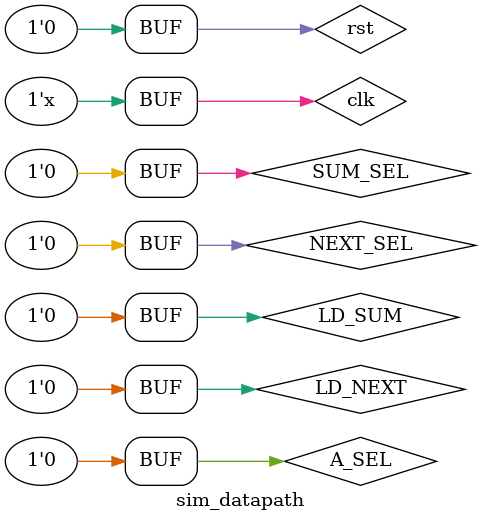
<source format=v>
`timescale 1ns / 1ps

module sim_datapath();
reg clk,rst,LD_SUM,LD_NEXT,SUM_SEL,NEXT_SEL,A_SEL;
wire NEXT_ZERO;
wire [7:0] sum_out;
initial begin
	clk <= 0;
	rst <= 1;
	
	#10;
	rst <= 0;
	
	#3;
	LD_SUM <= 0;
	LD_NEXT<=0;
	SUM_SEL<=0;
	NEXT_SEL<=0;
	A_SEL<=0;
	#10;
	LD_SUM <= 1;
	LD_NEXT<=0;
	SUM_SEL<=1;
	NEXT_SEL<=1;
	A_SEL<=1;
	#10;
	LD_SUM <= 0;
	LD_NEXT<=1;
	SUM_SEL<=1;
	NEXT_SEL<=1;
	A_SEL<=0;
	#10;
	LD_SUM <= 1;
	LD_NEXT<=0;
	SUM_SEL<=1;
	NEXT_SEL<=1;
	A_SEL<=1;
	#10;
	LD_SUM <= 0;
	LD_NEXT<=1;
	SUM_SEL<=1;
	NEXT_SEL<=1;
	A_SEL<=0;
	#10;
	LD_SUM <= 1;
	LD_NEXT<=0;
	SUM_SEL<=1;
	NEXT_SEL<=1;
	A_SEL<=1;
	#10;
	LD_SUM <= 0;
	LD_NEXT<=1;
	SUM_SEL<=1;
	NEXT_SEL<=1;
	A_SEL<=0;
	#10;
	LD_SUM <= 1;
	LD_NEXT<=0;
	SUM_SEL<=1;
	NEXT_SEL<=1;
	A_SEL<=1;
	#10;
	LD_SUM <= 0;
	LD_NEXT<=1;
	SUM_SEL<=1;
	NEXT_SEL<=1;
	A_SEL<=0;
	
	#10;
	LD_SUM <= 0;
	LD_NEXT<=0;
	SUM_SEL<=0;
	NEXT_SEL<=0;
	A_SEL<=0;
end



always begin
	#5 clk <= ~clk;
end

top_datapath datapath(clk,rst,LD_SUM,LD_NEXT,SUM_SEL,NEXT_SEL,A_SEL,NEXT_ZERO,sum_out);


endmodule
</source>
